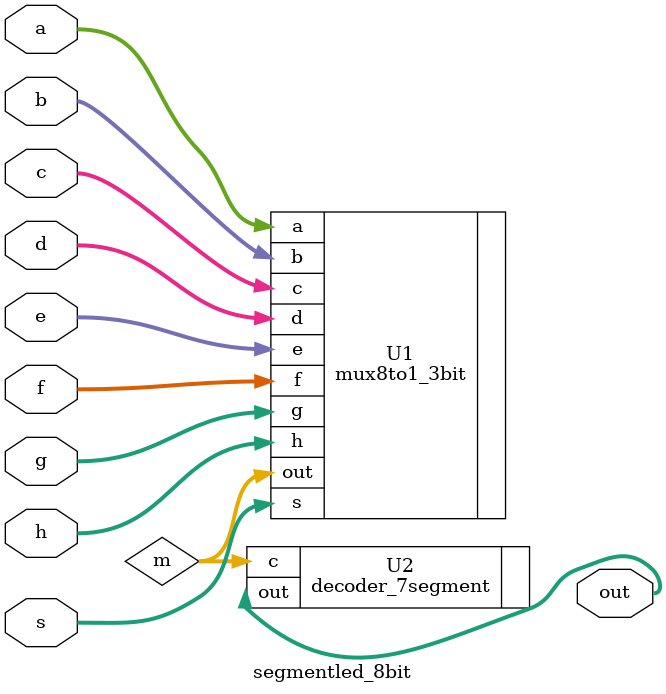
<source format=v>
module segmentled_8bit(input [2:0] s,input [2:0] a, input [2:0] b,input [2:0] c,input [2:0] d ,input [2:0] e,input [2:0] f, input [2:0] g,input [2:0] h,output [6:0] out);
	
	wire [2:0] m;
	
	mux8to1_3bit U1 (.s(s[2:0]),.a(a[2:0]),.b(b[2:0]),.c(c[2:0]),.d(d[2:0]),.e(e[2:0]),.f(f[2:0]),.g(g[2:0]),.h(h[2:0]),.out(m[2:0]));
	
	decoder_7segment U2 (.c(m[2:0]),.out(out[6:0]));

endmodule
</source>
